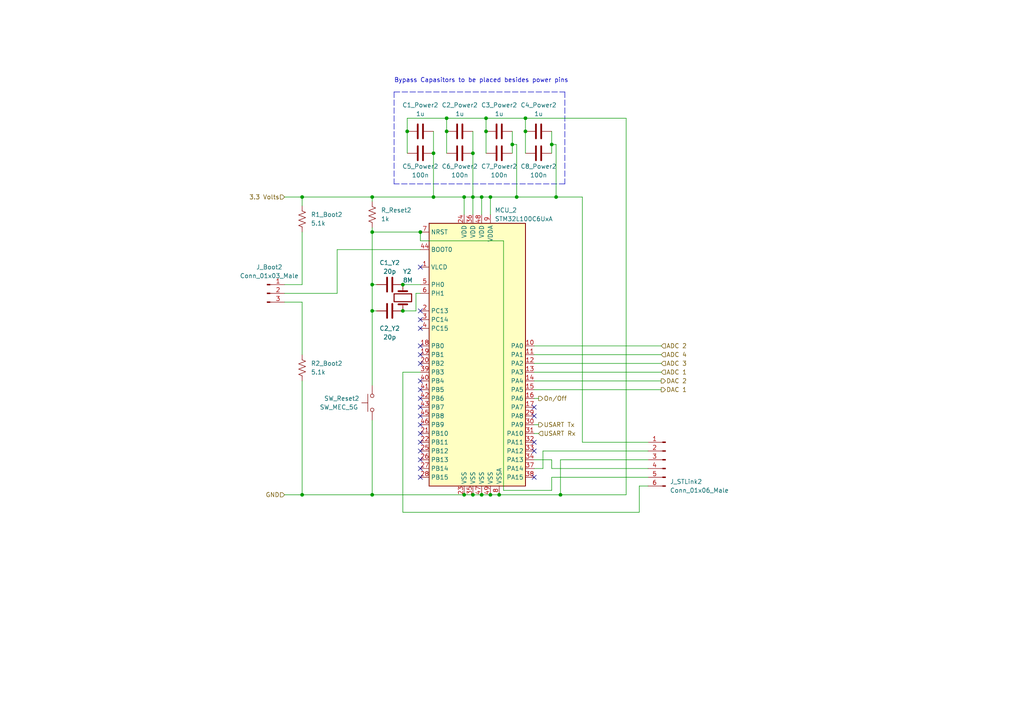
<source format=kicad_sch>
(kicad_sch (version 20211123) (generator eeschema)
  (paper "A4")
  (title_block (title "Secondary Microcontroller") (date "2022-09-13") (rev "1") (company "George Mason University") (comment 1 "optocouplers to recieve commands and to output measurements.") (comment 2 "primary microcontroller with USART through a pair of") (comment 3 "current limit of the second channel. It communicates with the") (comment 4 "The secondary microcontroller only controls the voltage and"))
  (lib_symbols
    (symbol "Connector:Conn_01x03_Male" (pin_names (offset 1.016) hide)
      (property "Reference" "J" (at 0 5.08 0))
      (property "Value" "Conn_01x03_Male" (at 0 -5.08 0))
      (symbol "Conn_01x03_Male_1_1"
        (polyline (pts (xy 1.27 -2.54) (xy 0.8636 -2.54)) (stroke (width 0.1524)))
        (polyline (pts (xy 1.27 0) (xy 0.8636 0)) (stroke (width 0.1524)))
        (polyline (pts (xy 1.27 2.54) (xy 0.8636 2.54)) (stroke (width 0.1524)))
        (rectangle (start 0.8636 -2.413) (end 0 -2.667) (stroke (width 0.1524)) (fill (type outline)))
        (rectangle (start 0.8636 0.127) (end 0 -0.127) (stroke (width 0.1524)) (fill (type outline)))
        (rectangle (start 0.8636 2.667) (end 0 2.413) (stroke (width 0.1524)) (fill (type outline)))
        (pin passive line (at 5.08 2.54 180) (length 3.81) (name "Pin_1") (number "1"))
        (pin passive line (at 5.08 0 180) (length 3.81) (name "Pin_2") (number "2"))
        (pin passive line (at 5.08 -2.54 180) (length 3.81) (name "Pin_3") (number "3"))
      )
    )
    (symbol "Connector:Conn_01x06_Male" (pin_names (offset 1.016) hide)
      (property "Reference" "J" (at 0 7.62 0))
      (property "Value" "Conn_01x06_Male" (at 0 -10.16 0))
      (symbol "Conn_01x06_Male_1_1"
        (polyline (pts (xy 1.27 -7.62) (xy 0.8636 -7.62)) (stroke (width 0.1524)))
        (polyline (pts (xy 1.27 -5.08) (xy 0.8636 -5.08)) (stroke (width 0.1524)))
        (polyline (pts (xy 1.27 -2.54) (xy 0.8636 -2.54)) (stroke (width 0.1524)))
        (polyline (pts (xy 1.27 0) (xy 0.8636 0)) (stroke (width 0.1524)))
        (polyline (pts (xy 1.27 2.54) (xy 0.8636 2.54)) (stroke (width 0.1524)))
        (polyline (pts (xy 1.27 5.08) (xy 0.8636 5.08)) (stroke (width 0.1524)))
        (rectangle (start 0.8636 -7.493) (end 0 -7.747) (stroke (width 0.1524)) (fill (type outline)))
        (rectangle (start 0.8636 -4.953) (end 0 -5.207) (stroke (width 0.1524)) (fill (type outline)))
        (rectangle (start 0.8636 -2.413) (end 0 -2.667) (stroke (width 0.1524)) (fill (type outline)))
        (rectangle (start 0.8636 0.127) (end 0 -0.127) (stroke (width 0.1524)) (fill (type outline)))
        (rectangle (start 0.8636 2.667) (end 0 2.413) (stroke (width 0.1524)) (fill (type outline)))
        (rectangle (start 0.8636 5.207) (end 0 4.953) (stroke (width 0.1524)) (fill (type outline)))
        (pin passive line (at 5.08 5.08 180) (length 3.81) (name "Pin_1") (number "1"))
        (pin passive line (at 5.08 2.54 180) (length 3.81) (name "Pin_2") (number "2"))
        (pin passive line (at 5.08 0 180) (length 3.81) (name "Pin_3") (number "3"))
        (pin passive line (at 5.08 -2.54 180) (length 3.81) (name "Pin_4") (number "4"))
        (pin passive line (at 5.08 -5.08 180) (length 3.81) (name "Pin_5") (number "5"))
        (pin passive line (at 5.08 -7.62 180) (length 3.81) (name "Pin_6") (number "6"))
      )
    )
    (symbol "Device:C" (pin_numbers hide) (pin_names (offset 0.254))
      (property "Reference" "C" (at 0.635 2.54 0))
      (property "Value" "C" (at 0.635 -2.54 0))
      (symbol "C_0_1"
        (polyline (pts (xy -2.032 -0.762) (xy 2.032 -0.762)) (stroke (width 0.508)))
        (polyline (pts (xy -2.032 0.762) (xy 2.032 0.762)) (stroke (width 0.508)))
      )
      (symbol "C_1_1"
        (pin passive line (at 0 3.81 270) (length 2.794) (name "~") (number "1"))
        (pin passive line (at 0 -3.81 90) (length 2.794) (name "~") (number "2"))
      )
    )
    (symbol "Device:Crystal" (pin_numbers hide) (pin_names (offset 1.016) hide)
      (property "Reference" "Y" (at 0 3.81 0))
      (property "Value" "Crystal" (at 0 -3.81 0))
      (symbol "Crystal_0_1"
        (rectangle (start -1.143 2.54) (end 1.143 -2.54) (stroke (width 0.3048)))
        (polyline (pts (xy -2.54 0) (xy -1.905 0)))
        (polyline (pts (xy -1.905 -1.27) (xy -1.905 1.27)) (stroke (width 0.508)))
        (polyline (pts (xy 1.905 -1.27) (xy 1.905 1.27)) (stroke (width 0.508)))
        (polyline (pts (xy 2.54 0) (xy 1.905 0)))
      )
      (symbol "Crystal_1_1"
        (pin passive line (at -3.81 0 0) (length 1.27) (name "1") (number "1"))
        (pin passive line (at 3.81 0 180) (length 1.27) (name "2") (number "2"))
      )
    )
    (symbol "Device:R_US" (pin_numbers hide) (pin_names (offset 0))
      (property "Reference" "R" (at 2.54 0 90))
      (property "Value" "R_US" (at -2.54 0 90))
      (symbol "R_US_0_1"
        (polyline (pts (xy 0 -2.286) (xy 0 -2.54)))
        (polyline (pts (xy 0 2.286) (xy 0 2.54)))
        (polyline (pts (xy 0 -0.762) (xy 1.016 -1.143) (xy 0 -1.524) (xy -1.016 -1.905) (xy 0 -2.286)))
        (polyline (pts (xy 0 0.762) (xy 1.016 0.381) (xy 0 0) (xy -1.016 -0.381) (xy 0 -0.762)))
        (polyline (pts (xy 0 2.286) (xy 1.016 1.905) (xy 0 1.524) (xy -1.016 1.143) (xy 0 0.762)))
      )
      (symbol "R_US_1_1"
        (pin passive line (at 0 3.81 270) (length 1.27) (name "~") (number "1"))
        (pin passive line (at 0 -3.81 90) (length 1.27) (name "~") (number "2"))
      )
    )
    (symbol "MCU_ST_STM32L1:STM32L100C6UxA"
      (property "Reference" "U" (at -15.24 39.37 0))
      (property "Value" "STM32L100C6UxA" (at 5.08 39.37 0))
      (symbol "STM32L100C6UxA_0_1"
        (rectangle (start -15.24 -38.1) (end 12.7 38.1) (stroke (width 0.254)) (fill (type background)))
      )
      (symbol "STM32L100C6UxA_1_1"
        (pin power_in line (at -17.78 25.4 0) (length 2.54) (name "VLCD") (number "1"))
        (pin bidirectional line (at 15.24 2.54 180) (length 2.54) (name "PA0") (number "10"))
        (pin bidirectional line (at 15.24 0 180) (length 2.54) (name "PA1") (number "11"))
        (pin bidirectional line (at 15.24 -2.54 180) (length 2.54) (name "PA2") (number "12"))
        (pin bidirectional line (at 15.24 -5.08 180) (length 2.54) (name "PA3") (number "13"))
        (pin bidirectional line (at 15.24 -7.62 180) (length 2.54) (name "PA4") (number "14"))
        (pin bidirectional line (at 15.24 -10.16 180) (length 2.54) (name "PA5") (number "15"))
        (pin bidirectional line (at 15.24 -12.7 180) (length 2.54) (name "PA6") (number "16"))
        (pin bidirectional line (at 15.24 -15.24 180) (length 2.54) (name "PA7") (number "17"))
        (pin bidirectional line (at -17.78 2.54 0) (length 2.54) (name "PB0") (number "18"))
        (pin bidirectional line (at -17.78 0 0) (length 2.54) (name "PB1") (number "19"))
        (pin bidirectional line (at -17.78 12.7 0) (length 2.54) (name "PC13") (number "2"))
        (pin bidirectional line (at -17.78 -2.54 0) (length 2.54) (name "PB2") (number "20"))
        (pin bidirectional line (at -17.78 -22.86 0) (length 2.54) (name "PB10") (number "21"))
        (pin bidirectional line (at -17.78 -25.4 0) (length 2.54) (name "PB11") (number "22"))
        (pin power_in line (at -5.08 -40.64 90) (length 2.54) (name "VSS") (number "23"))
        (pin power_in line (at -5.08 40.64 270) (length 2.54) (name "VDD") (number "24"))
        (pin bidirectional line (at -17.78 -27.94 0) (length 2.54) (name "PB12") (number "25"))
        (pin bidirectional line (at -17.78 -30.48 0) (length 2.54) (name "PB13") (number "26"))
        (pin bidirectional line (at -17.78 -33.02 0) (length 2.54) (name "PB14") (number "27"))
        (pin bidirectional line (at -17.78 -35.56 0) (length 2.54) (name "PB15") (number "28"))
        (pin bidirectional line (at 15.24 -17.78 180) (length 2.54) (name "PA8") (number "29"))
        (pin bidirectional line (at -17.78 10.16 0) (length 2.54) (name "PC14") (number "3"))
        (pin bidirectional line (at 15.24 -20.32 180) (length 2.54) (name "PA9") (number "30"))
        (pin bidirectional line (at 15.24 -22.86 180) (length 2.54) (name "PA10") (number "31"))
        (pin bidirectional line (at 15.24 -25.4 180) (length 2.54) (name "PA11") (number "32"))
        (pin bidirectional line (at 15.24 -27.94 180) (length 2.54) (name "PA12") (number "33"))
        (pin bidirectional line (at 15.24 -30.48 180) (length 2.54) (name "PA13") (number "34"))
        (pin power_in line (at -2.54 -40.64 90) (length 2.54) (name "VSS") (number "35"))
        (pin power_in line (at -2.54 40.64 270) (length 2.54) (name "VDD") (number "36"))
        (pin bidirectional line (at 15.24 -33.02 180) (length 2.54) (name "PA14") (number "37"))
        (pin bidirectional line (at 15.24 -35.56 180) (length 2.54) (name "PA15") (number "38"))
        (pin bidirectional line (at -17.78 -5.08 0) (length 2.54) (name "PB3") (number "39"))
        (pin bidirectional line (at -17.78 7.62 0) (length 2.54) (name "PC15") (number "4"))
        (pin bidirectional line (at -17.78 -7.62 0) (length 2.54) (name "PB4") (number "40"))
        (pin bidirectional line (at -17.78 -10.16 0) (length 2.54) (name "PB5") (number "41"))
        (pin bidirectional line (at -17.78 -12.7 0) (length 2.54) (name "PB6") (number "42"))
        (pin bidirectional line (at -17.78 -15.24 0) (length 2.54) (name "PB7") (number "43"))
        (pin input line (at -17.78 30.48 0) (length 2.54) (name "BOOT0") (number "44"))
        (pin bidirectional line (at -17.78 -17.78 0) (length 2.54) (name "PB8") (number "45"))
        (pin bidirectional line (at -17.78 -20.32 0) (length 2.54) (name "PB9") (number "46"))
        (pin power_in line (at 0 -40.64 90) (length 2.54) (name "VSS") (number "47"))
        (pin power_in line (at 0 40.64 270) (length 2.54) (name "VDD") (number "48"))
        (pin power_in line (at 2.54 -40.64 90) (length 2.54) (name "VSS") (number "49"))
        (pin input line (at -17.78 20.32 0) (length 2.54) (name "PH0") (number "5"))
        (pin input line (at -17.78 17.78 0) (length 2.54) (name "PH1") (number "6"))
        (pin input line (at -17.78 35.56 0) (length 2.54) (name "NRST") (number "7"))
        (pin power_in line (at 5.08 -40.64 90) (length 2.54) (name "VSSA") (number "8"))
        (pin power_in line (at 2.54 40.64 270) (length 2.54) (name "VDDA") (number "9"))
      )
    )
    (symbol "Switch:SW_Push" (pin_numbers hide) (pin_names (offset 1.016) hide)
      (property "Reference" "SW" (at 1.27 2.54 0))
      (property "Value" "SW_Push" (at 0 -1.524 0))
      (symbol "SW_Push_0_1"
        (circle (center -2.032 0) (radius 0.508))
        (polyline (pts (xy 0 1.27) (xy 0 3.048)))
        (polyline (pts (xy 2.54 1.27) (xy -2.54 1.27)))
        (circle (center 2.032 0) (radius 0.508))
        (pin passive line (at -5.08 0 0) (length 2.54) (name "1") (number "1"))
        (pin passive line (at 5.08 0 180) (length 2.54) (name "2") (number "2"))
      )
    )
  )
  (junction (at 160.02 41.91))
  (junction (at 162.56 143.51))
  (junction (at 107.95 82.55))
  (junction (at 139.7 143.51))
  (junction (at 107.95 90.17))
  (junction (at 87.63 143.51))
  (junction (at 142.24 143.51))
  (junction (at 107.95 67.31))
  (junction (at 137.16 44.45))
  (junction (at 140.97 38.1))
  (junction (at 139.7 57.15))
  (junction (at 125.73 57.15))
  (junction (at 152.4 38.1))
  (junction (at 140.97 34.29))
  (junction (at 87.63 57.15))
  (junction (at 161.29 57.15))
  (junction (at 121.92 67.31))
  (junction (at 142.24 57.15))
  (junction (at 129.54 34.29))
  (junction (at 152.4 34.29))
  (junction (at 149.86 57.15))
  (junction (at 107.95 57.15))
  (junction (at 107.95 143.51))
  (junction (at 125.73 44.45))
  (junction (at 116.84 90.17))
  (junction (at 129.54 38.1))
  (junction (at 137.16 57.15))
  (junction (at 134.62 57.15))
  (junction (at 134.62 143.51))
  (junction (at 137.16 143.51))
  (junction (at 148.59 41.91))
  (junction (at 116.84 82.55))
  (junction (at 144.78 143.51))
  (junction (at 118.11 38.1))
  (no_connect (at 154.94 130.81))
  (no_connect (at 154.94 138.43))
  (no_connect (at 154.94 128.27))
  (no_connect (at 154.94 120.65))
  (no_connect (at 154.94 118.11))
  (no_connect (at 121.92 105.41))
  (no_connect (at 121.92 102.87))
  (no_connect (at 121.92 113.03))
  (no_connect (at 121.92 110.49))
  (no_connect (at 121.92 125.73))
  (no_connect (at 121.92 123.19))
  (no_connect (at 121.92 120.65))
  (no_connect (at 121.92 118.11))
  (no_connect (at 121.92 128.27))
  (no_connect (at 121.92 130.81))
  (no_connect (at 121.92 133.35))
  (no_connect (at 121.92 138.43))
  (no_connect (at 121.92 135.89))
  (no_connect (at 121.92 115.57))
  (no_connect (at 121.92 90.17))
  (no_connect (at 121.92 92.71))
  (no_connect (at 121.92 95.25))
  (no_connect (at 121.92 77.47))
  (no_connect (at 121.92 100.33))
  (wire (pts (xy 129.54 38.1) (xy 129.54 44.45)))
  (wire (pts (xy 121.92 107.95) (xy 116.84 107.95)))
  (wire (pts (xy 125.73 44.45) (xy 125.73 57.15)))
  (wire (pts (xy 125.73 57.15) (xy 134.62 57.15)))
  (wire (pts (xy 82.55 87.63) (xy 87.63 87.63)))
  (wire (pts (xy 154.94 110.49) (xy 191.77 110.49)))
  (wire (pts (xy 118.11 38.1) (xy 118.11 44.45)))
  (wire (pts (xy 154.94 113.03) (xy 191.77 113.03)))
  (wire (pts (xy 137.16 57.15) (xy 139.7 57.15)))
  (wire (pts (xy 181.61 143.51) (xy 181.61 34.29)))
  (polyline (pts (xy 114.3 26.67) (xy 163.83 26.67)))
  (wire (pts (xy 87.63 110.49) (xy 87.63 143.51)))
  (wire (pts (xy 148.59 41.91) (xy 149.86 41.91)))
  (wire (pts (xy 137.16 38.1) (xy 137.16 44.45)))
  (wire (pts (xy 157.48 130.81) (xy 187.96 130.81)))
  (wire (pts (xy 168.91 128.27) (xy 187.96 128.27)))
  (wire (pts (xy 139.7 57.15) (xy 142.24 57.15)))
  (wire (pts (xy 146.05 142.24) (xy 146.05 69.85)))
  (wire (pts (xy 82.55 82.55) (xy 87.63 82.55)))
  (wire (pts (xy 107.95 121.92) (xy 107.95 143.51)))
  (wire (pts (xy 107.95 67.31) (xy 121.92 67.31)))
  (wire (pts (xy 129.54 34.29) (xy 118.11 34.29)))
  (wire (pts (xy 116.84 148.59) (xy 185.42 148.59)))
  (wire (pts (xy 152.4 38.1) (xy 152.4 34.29)))
  (wire (pts (xy 107.95 90.17) (xy 107.95 111.76)))
  (wire (pts (xy 154.94 125.73) (xy 156.21 125.73)))
  (wire (pts (xy 160.02 133.35) (xy 160.02 135.89)))
  (wire (pts (xy 116.84 107.95) (xy 116.84 148.59)))
  (wire (pts (xy 162.56 133.35) (xy 162.56 143.51)))
  (wire (pts (xy 149.86 57.15) (xy 142.24 57.15)))
  (polyline (pts (xy 163.83 53.34) (xy 114.3 53.34)))
  (wire (pts (xy 139.7 143.51) (xy 142.24 143.51)))
  (wire (pts (xy 154.94 115.57) (xy 156.21 115.57)))
  (wire (pts (xy 118.11 34.29) (xy 118.11 38.1)))
  (wire (pts (xy 107.95 82.55) (xy 107.95 90.17)))
  (wire (pts (xy 107.95 66.04) (xy 107.95 67.31)))
  (wire (pts (xy 129.54 34.29) (xy 129.54 38.1)))
  (polyline (pts (xy 114.3 26.67) (xy 114.3 53.34)))
  (wire (pts (xy 134.62 57.15) (xy 137.16 57.15)))
  (wire (pts (xy 134.62 57.15) (xy 134.62 62.23)))
  (wire (pts (xy 146.05 69.85) (xy 121.92 69.85)))
  (wire (pts (xy 137.16 44.45) (xy 137.16 57.15)))
  (wire (pts (xy 97.79 72.39) (xy 121.92 72.39)))
  (wire (pts (xy 161.29 57.15) (xy 149.86 57.15)))
  (wire (pts (xy 97.79 85.09) (xy 97.79 72.39)))
  (wire (pts (xy 154.94 133.35) (xy 160.02 133.35)))
  (wire (pts (xy 125.73 38.1) (xy 125.73 44.45)))
  (wire (pts (xy 137.16 143.51) (xy 139.7 143.51)))
  (wire (pts (xy 185.42 140.97) (xy 187.96 140.97)))
  (wire (pts (xy 120.65 85.09) (xy 120.65 90.17)))
  (wire (pts (xy 121.92 67.31) (xy 121.92 69.85)))
  (wire (pts (xy 160.02 138.43) (xy 160.02 142.24)))
  (wire (pts (xy 152.4 38.1) (xy 152.4 44.45)))
  (wire (pts (xy 140.97 34.29) (xy 129.54 34.29)))
  (wire (pts (xy 116.84 82.55) (xy 121.92 82.55)))
  (wire (pts (xy 107.95 67.31) (xy 107.95 82.55)))
  (wire (pts (xy 160.02 41.91) (xy 160.02 44.45)))
  (wire (pts (xy 152.4 34.29) (xy 140.97 34.29)))
  (wire (pts (xy 140.97 34.29) (xy 140.97 38.1)))
  (wire (pts (xy 168.91 57.15) (xy 168.91 128.27)))
  (wire (pts (xy 107.95 57.15) (xy 125.73 57.15)))
  (wire (pts (xy 137.16 57.15) (xy 137.16 62.23)))
  (wire (pts (xy 87.63 143.51) (xy 107.95 143.51)))
  (wire (pts (xy 87.63 57.15) (xy 107.95 57.15)))
  (wire (pts (xy 120.65 90.17) (xy 116.84 90.17)))
  (wire (pts (xy 181.61 34.29) (xy 152.4 34.29)))
  (wire (pts (xy 142.24 57.15) (xy 142.24 62.23)))
  (wire (pts (xy 87.63 87.63) (xy 87.63 102.87)))
  (wire (pts (xy 154.94 102.87) (xy 191.77 102.87)))
  (wire (pts (xy 162.56 143.51) (xy 181.61 143.51)))
  (wire (pts (xy 160.02 41.91) (xy 161.29 41.91)))
  (wire (pts (xy 185.42 140.97) (xy 185.42 148.59)))
  (wire (pts (xy 154.94 123.19) (xy 156.21 123.19)))
  (wire (pts (xy 154.94 135.89) (xy 157.48 135.89)))
  (wire (pts (xy 134.62 143.51) (xy 137.16 143.51)))
  (wire (pts (xy 154.94 100.33) (xy 191.77 100.33)))
  (wire (pts (xy 82.55 143.51) (xy 87.63 143.51)))
  (wire (pts (xy 161.29 57.15) (xy 168.91 57.15)))
  (wire (pts (xy 148.59 38.1) (xy 148.59 41.91)))
  (wire (pts (xy 157.48 135.89) (xy 157.48 130.81)))
  (wire (pts (xy 107.95 57.15) (xy 107.95 58.42)))
  (wire (pts (xy 107.95 82.55) (xy 109.22 82.55)))
  (wire (pts (xy 149.86 41.91) (xy 149.86 57.15)))
  (wire (pts (xy 142.24 143.51) (xy 144.78 143.51)))
  (wire (pts (xy 160.02 38.1) (xy 160.02 41.91)))
  (wire (pts (xy 139.7 57.15) (xy 139.7 62.23)))
  (wire (pts (xy 148.59 41.91) (xy 148.59 44.45)))
  (wire (pts (xy 160.02 142.24) (xy 146.05 142.24)))
  (wire (pts (xy 82.55 57.15) (xy 87.63 57.15)))
  (polyline (pts (xy 163.83 26.67) (xy 163.83 53.34)))
  (wire (pts (xy 107.95 143.51) (xy 134.62 143.51)))
  (wire (pts (xy 120.65 85.09) (xy 121.92 85.09)))
  (wire (pts (xy 87.63 67.31) (xy 87.63 82.55)))
  (wire (pts (xy 107.95 90.17) (xy 109.22 90.17)))
  (wire (pts (xy 154.94 105.41) (xy 191.77 105.41)))
  (wire (pts (xy 144.78 143.51) (xy 162.56 143.51)))
  (wire (pts (xy 160.02 138.43) (xy 187.96 138.43)))
  (wire (pts (xy 140.97 38.1) (xy 140.97 44.45)))
  (wire (pts (xy 160.02 135.89) (xy 187.96 135.89)))
  (wire (pts (xy 87.63 57.15) (xy 87.63 59.69)))
  (wire (pts (xy 154.94 107.95) (xy 191.77 107.95)))
  (wire (pts (xy 161.29 41.91) (xy 161.29 57.15)))
  (wire (pts (xy 187.96 133.35) (xy 162.56 133.35)))
  (wire (pts (xy 82.55 85.09) (xy 97.79 85.09)))
  (text "Bypass Capasitors to be placed besides power pins" (at 114.3 24.13 0) (effects (font (size 1.27 1.27)) (justify left bottom)))
  (hierarchical_label "ADC 1" (shape input) (at 191.77 107.95 0))
  (hierarchical_label "GND" (shape input) (at 82.55 143.51 180))
  (hierarchical_label "3.3 Volts" (shape input) (at 82.55 57.15 180))
  (hierarchical_label "USART Tx" (shape output) (at 156.21 123.19 0))
  (hierarchical_label "ADC 2" (shape input) (at 191.77 100.33 0))
  (hierarchical_label "ADC 4" (shape input) (at 191.77 102.87 0))
  (hierarchical_label "ADC 3" (shape input) (at 191.77 105.41 0))
  (hierarchical_label "DAC 1" (shape output) (at 191.77 113.03 0))
  (hierarchical_label "USART Rx" (shape input) (at 156.21 125.73 0))
  (hierarchical_label "DAC 2" (shape output) (at 191.77 110.49 0))
  (hierarchical_label "On{slash}Off" (shape output) (at 156.21 115.57 0))
  (symbol (lib_id "Device:C") (at 156.21 44.45 90) (unit 1)
    (property "Reference" "C8_Power2" (at 156.21 48.26 90))
    (property "Value" "100n" (at 156.21 50.8 90))
    (property "Footprint" "Capacitor_SMD:C_0603_1608Metric" (effects hide))
  )
  (symbol (lib_id "Connector:Conn_01x06_Male") (at 193.04 133.35 0) (mirror y) (unit 1)
    (property "Reference" "J_STLink2" (at 194.31 139.7 0) (effects (justify right)))
    (property "Value" "Conn_01x06_Male" (at 194.31 142.24 0) (effects (justify right)))
    (property "Footprint" "Connector_PinHeader_2.54mm:PinHeader_1x06_P2.54mm_Vertical" (effects hide))
  )
  (symbol (lib_id "Device:C") (at 113.03 90.17 90) (mirror x) (unit 1)
    (property "Reference" "C2_Y2" (at 113.03 95.25 90))
    (property "Value" "20p" (at 113.03 97.79 90))
    (property "Footprint" "Capacitor_SMD:C_0603_1608Metric" (effects hide))
  )
  (symbol (lib_id "Device:R_US") (at 87.63 63.5 0) (unit 1)
    (property "Reference" "R1_Boot2" (at 90.17 62.2299 0) (effects (justify left)))
    (property "Value" "5.1k" (at 90.17 64.7699 0) (effects (justify left)))
    (property "Footprint" "Resistor_SMD:R_0603_1608Metric" (effects hide))
  )
  (symbol (lib_id "Device:C") (at 144.78 44.45 90) (unit 1)
    (property "Reference" "C7_Power2" (at 144.78 48.26 90))
    (property "Value" "100n" (at 144.78 50.8 90))
    (property "Footprint" "Capacitor_SMD:C_0603_1608Metric" (effects hide))
  )
  (symbol (lib_id "Device:R_US") (at 87.63 106.68 0) (unit 1)
    (property "Reference" "R2_Boot2" (at 90.17 105.4099 0) (effects (justify left)))
    (property "Value" "5.1k" (at 90.17 107.9499 0) (effects (justify left)))
    (property "Footprint" "Resistor_SMD:R_0603_1608Metric" (effects hide))
  )
  (symbol (lib_id "Connector:Conn_01x03_Male") (at 77.47 85.09 0) (unit 1)
    (property "Reference" "J_Boot2" (at 78.105 77.47 0))
    (property "Value" "Conn_01x03_Male" (at 78.105 80.01 0))
  )
  (symbol (lib_id "MCU_ST_STM32L1:STM32L100C6UxA") (at 139.7 102.87 0) (unit 1)
    (property "Reference" "MCU_2" (at 143.51 60.96 0) (effects (justify left)))
    (property "Value" "STM32L100C6UxA" (at 143.51 63.5 0) (effects (justify left)))
    (property "Footprint" "Package_DFN_QFN:QFN-48-1EP_7x7mm_P0.5mm_EP5.6x5.6mm" (effects hide))
    (property "Datasheet" "http://www.st.com/st-web-ui/static/active/en/resource/technical/document/datasheet/DM00078075.pdf" (effects hide))
  )
  (symbol (lib_id "Device:C") (at 121.92 38.1 90) (unit 1)
    (property "Reference" "C1_Power2" (at 121.92 30.48 90))
    (property "Value" "1u" (at 121.92 33.02 90))
    (property "Footprint" "Capacitor_SMD:C_0603_1608Metric" (effects hide))
  )
  (symbol (lib_id "Device:C") (at 121.92 44.45 90) (unit 1)
    (property "Reference" "C5_Power2" (at 121.92 48.26 90))
    (property "Value" "100n" (at 121.92 50.8 90))
    (property "Footprint" "Capacitor_SMD:C_0603_1608Metric" (effects hide))
  )
  (symbol (lib_id "Switch:SW_Push") (at 107.95 116.84 90) (unit 1)
    (property "Reference" "SW_Reset2" (at 93.98 115.57 90) (effects (justify right)))
    (property "Value" "SW_MEC_5G" (at 92.71 118.11 90) (effects (justify right)))
    (property "Footprint" "Button_Switch_THT:SW_PUSH-12mm" (effects hide))
  )
  (symbol (lib_id "Device:C") (at 133.35 44.45 90) (unit 1)
    (property "Reference" "C6_Power2" (at 133.35 48.26 90))
    (property "Value" "100n" (at 133.35 50.8 90))
    (property "Footprint" "Capacitor_SMD:C_0603_1608Metric" (effects hide))
  )
  (symbol (lib_id "Device:C") (at 133.35 38.1 90) (unit 1)
    (property "Reference" "C2_Power2" (at 133.35 30.48 90))
    (property "Value" "1u" (at 133.35 33.02 90))
    (property "Footprint" "Capacitor_SMD:C_0603_1608Metric" (effects hide))
  )
  (symbol (lib_id "Device:C") (at 113.03 82.55 90) (unit 1)
    (property "Reference" "C1_Y2" (at 113.03 76.2 90))
    (property "Value" "20p" (at 113.03 78.74 90))
    (property "Footprint" "Capacitor_SMD:C_0603_1608Metric" (effects hide))
  )
  (symbol (lib_id "Device:C") (at 144.78 38.1 90) (unit 1)
    (property "Reference" "C3_Power2" (at 144.78 30.48 90))
    (property "Value" "1u" (at 144.78 33.02 90))
    (property "Footprint" "Capacitor_SMD:C_0603_1608Metric" (effects hide))
  )
  (symbol (lib_id "Device:Crystal") (at 116.84 86.36 90) (unit 1)
    (property "Reference" "Y2" (at 116.84 78.74 90) (effects (justify right)))
    (property "Value" "8M" (at 116.84 81.28 90) (effects (justify right)))
    (property "Footprint" "Crystal:Crystal_SMD_HC49-SD" (effects hide))
  )
  (symbol (lib_id "Device:C") (at 156.21 38.1 90) (unit 1)
    (property "Reference" "C4_Power2" (at 156.21 30.48 90))
    (property "Value" "1u" (at 156.21 33.02 90))
    (property "Footprint" "Capacitor_SMD:C_0603_1608Metric" (effects hide))
  )
  (symbol (lib_id "Device:R_US") (at 107.95 62.23 0) (unit 1)
    (property "Reference" "R_Reset2" (at 110.49 60.9599 0) (effects (justify left)))
    (property "Value" "1k" (at 110.49 63.4999 0) (effects (justify left)))
    (property "Footprint" "Resistor_SMD:R_0603_1608Metric" (effects hide))
  )
)
</source>
